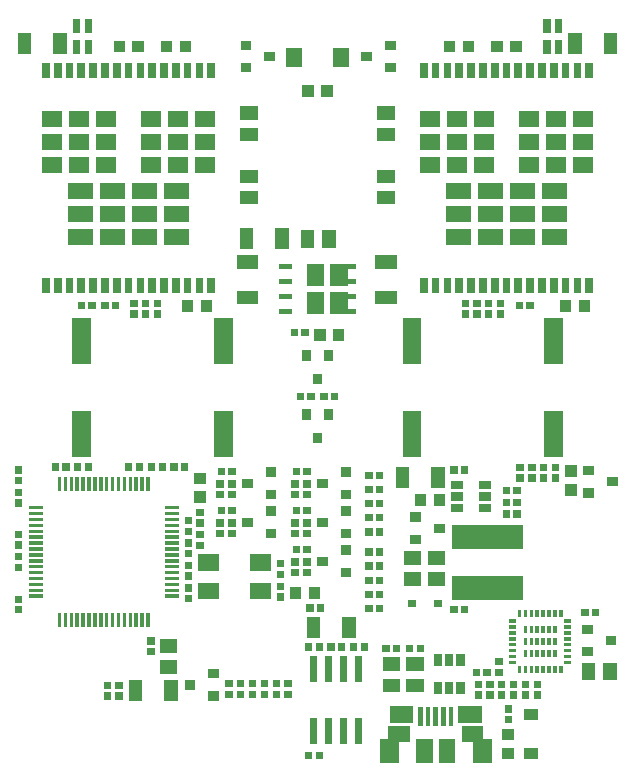
<source format=gbr>
G04 start of page 13 for group -4015 idx -4015 *
G04 Title: (unknown), toppaste *
G04 Creator: pcb 20140316 *
G04 CreationDate: Wed 10 Jul 2019 18:35:36 GMT UTC *
G04 For: kier *
G04 Format: Gerber/RS-274X *
G04 PCB-Dimensions (mil): 2755.91 3543.31 *
G04 PCB-Coordinate-Origin: lower left *
%MOIN*%
%FSLAX25Y25*%
%LNTOPPASTE*%
%ADD197R,0.0157X0.0157*%
%ADD196R,0.0575X0.0575*%
%ADD195R,0.0640X0.0640*%
%ADD194R,0.0541X0.0541*%
%ADD193R,0.0551X0.0551*%
%ADD192R,0.0787X0.0787*%
%ADD191R,0.0276X0.0276*%
%ADD190R,0.0358X0.0358*%
%ADD189R,0.0118X0.0118*%
%ADD188R,0.0244X0.0244*%
%ADD187R,0.0531X0.0531*%
%ADD186R,0.0256X0.0256*%
%ADD185R,0.0591X0.0591*%
%ADD184R,0.0177X0.0177*%
%ADD183R,0.0630X0.0630*%
%ADD182R,0.0374X0.0374*%
%ADD181R,0.0453X0.0453*%
%ADD180R,0.0236X0.0236*%
%ADD179R,0.0315X0.0315*%
G54D179*X117717Y279528D02*X118110D01*
X117717Y272047D02*X118110D01*
X125591Y275787D02*X125984D01*
X165748Y272047D02*X166142D01*
X165748Y279528D02*X166142D01*
X157874Y275787D02*X158268D01*
G54D180*X65256Y280118D02*Y277756D01*
Y287205D02*Y284843D01*
X61516Y287205D02*Y284843D01*
Y280118D02*Y277756D01*
X221949Y280118D02*Y277756D01*
Y287205D02*Y284843D01*
X218209Y287205D02*Y284843D01*
Y280118D02*Y277756D01*
G54D181*X145472Y215551D02*Y214370D01*
X138386Y215551D02*Y214370D01*
G54D182*X207874Y279232D02*Y279035D01*
X201575Y279232D02*Y279035D01*
G54D181*X118110Y216437D02*Y213878D01*
X129921Y216437D02*Y213878D01*
X44094Y281398D02*Y278839D01*
X55906Y281398D02*Y278839D01*
X239370Y281398D02*Y278839D01*
X227559Y281398D02*Y278839D01*
G54D183*X62992Y185433D02*Y176378D01*
Y154331D02*Y145276D01*
X173228Y185433D02*Y176378D01*
Y154331D02*Y145276D01*
G54D184*X129803Y205768D02*X132283D01*
X129803Y200768D02*X132283D01*
X129803Y195768D02*X132283D01*
X129803Y190768D02*X132283D01*
X151476D02*X153642D01*
X151476Y195768D02*X153642D01*
X151476Y200768D02*X153642D01*
X151476Y205768D02*X153642D01*
G54D185*X141083Y203661D02*Y202205D01*
Y194331D02*Y192874D01*
X148957Y203661D02*Y202205D01*
Y194331D02*Y192874D01*
G54D182*X148819Y182972D02*Y182776D01*
X142520Y182972D02*Y182776D01*
G54D183*X110236Y185433D02*Y176378D01*
Y154331D02*Y145276D01*
X220472Y185433D02*Y176378D01*
Y154331D02*Y145276D01*
G54D182*X138583Y264469D02*Y264272D01*
X144882Y264469D02*Y264272D01*
G54D186*X51181Y200689D02*Y198130D01*
X55118Y200689D02*Y198130D01*
X59055Y200689D02*Y198130D01*
X62992Y200689D02*Y198130D01*
X66929Y200689D02*Y198130D01*
X70866Y200689D02*Y198130D01*
X74803Y200689D02*Y198130D01*
X78740Y200689D02*Y198130D01*
X82677Y200689D02*Y198130D01*
X86614Y200689D02*Y198130D01*
X90551Y200689D02*Y198130D01*
X94488Y200689D02*Y198130D01*
X98425Y200689D02*Y198130D01*
X102362Y200689D02*Y198130D01*
X106299Y200689D02*Y198130D01*
Y272343D02*Y269783D01*
X102362Y272343D02*Y269783D01*
X98425Y272343D02*Y269783D01*
X94488Y272343D02*Y269783D01*
X90551Y272343D02*Y269783D01*
X86614Y272343D02*Y269783D01*
X82677Y272343D02*Y269783D01*
X78740Y272343D02*Y269783D01*
X74803Y272343D02*Y269783D01*
X70866Y272343D02*Y269783D01*
X66929Y272343D02*Y269783D01*
X62992Y272343D02*Y269783D01*
X59055Y272343D02*Y269783D01*
X55118Y272343D02*Y269783D01*
X51181Y272343D02*Y269783D01*
G54D187*X82579Y230906D02*X85630D01*
X93307D02*X96358D01*
X61122D02*X64173D01*
X71850D02*X74902D01*
X82579Y223228D02*X85630D01*
X93307D02*X96358D01*
X61122D02*X64173D01*
X71850D02*X74902D01*
X82579Y215551D02*X85630D01*
X93307D02*X96358D01*
X61122D02*X64173D01*
X71850D02*X74902D01*
X70571Y254921D02*X71949D01*
X61516D02*X62894D01*
X52461D02*X53839D01*
X70571Y247244D02*X71949D01*
X61516D02*X62894D01*
X52461D02*X53839D01*
X70571Y239567D02*X71949D01*
X61516D02*X62894D01*
X52461D02*X53839D01*
X85531Y254921D02*X86909D01*
X94587D02*X95965D01*
X103642D02*X105020D01*
X85531Y247244D02*X86909D01*
X94587D02*X95965D01*
X103642D02*X105020D01*
X85531Y239567D02*X86909D01*
X94587D02*X95965D01*
X103642D02*X105020D01*
G54D186*X177165Y200689D02*Y198130D01*
X181102Y200689D02*Y198130D01*
X185039Y200689D02*Y198130D01*
X188976Y200689D02*Y198130D01*
X192913Y200689D02*Y198130D01*
X196850Y200689D02*Y198130D01*
X200787Y200689D02*Y198130D01*
X204724Y200689D02*Y198130D01*
X208661Y200689D02*Y198130D01*
X212598Y200689D02*Y198130D01*
X216535Y200689D02*Y198130D01*
X220472Y200689D02*Y198130D01*
X224409Y200689D02*Y198130D01*
X228346Y200689D02*Y198130D01*
X232283Y200689D02*Y198130D01*
Y272343D02*Y269783D01*
X228346Y272343D02*Y269783D01*
X224409Y272343D02*Y269783D01*
X220472Y272343D02*Y269783D01*
X216535Y272343D02*Y269783D01*
X212598Y272343D02*Y269783D01*
X208661Y272343D02*Y269783D01*
X204724Y272343D02*Y269783D01*
X200787Y272343D02*Y269783D01*
X196850Y272343D02*Y269783D01*
X192913Y272343D02*Y269783D01*
X188976Y272343D02*Y269783D01*
X185039Y272343D02*Y269783D01*
X181102Y272343D02*Y269783D01*
X177165Y272343D02*Y269783D01*
G54D187*X208563Y230906D02*X211614D01*
X219291D02*X222343D01*
X187106D02*X190157D01*
X197835D02*X200886D01*
X208563Y223228D02*X211614D01*
X219291D02*X222343D01*
X187106D02*X190157D01*
X197835D02*X200886D01*
X208563Y215551D02*X211614D01*
X219291D02*X222343D01*
X187106D02*X190157D01*
X197835D02*X200886D01*
X196555Y254921D02*X197933D01*
X187500D02*X188878D01*
X178445D02*X179823D01*
X196555Y247244D02*X197933D01*
X187500D02*X188878D01*
X178445D02*X179823D01*
X196555Y239567D02*X197933D01*
X187500D02*X188878D01*
X178445D02*X179823D01*
X211516Y254921D02*X212894D01*
X220571D02*X221949D01*
X229626D02*X231004D01*
X211516Y247244D02*X212894D01*
X220571D02*X221949D01*
X229626D02*X231004D01*
X211516Y239567D02*X212894D01*
X220571D02*X221949D01*
X229626D02*X231004D01*
G54D179*X106890Y62598D02*X107283D01*
X106890Y70079D02*X107283D01*
X99016Y66339D02*X99409D01*
G54D181*X163976Y256890D02*X165157D01*
X163976Y249803D02*X165157D01*
X163976Y235827D02*X165157D01*
X163976Y228740D02*X165157D01*
X118307Y256890D02*X119488D01*
X118307Y249803D02*X119488D01*
X118307Y235827D02*X119488D01*
X118307Y228740D02*X119488D01*
G54D188*X61807Y138976D02*X61815D01*
X65350D02*X65358D01*
X102559Y112799D02*Y112791D01*
Y116343D02*Y116335D01*
X98622Y113587D02*Y113579D01*
Y110043D02*Y110035D01*
G54D189*X91339Y95866D02*X94882D01*
X91339Y97835D02*X94882D01*
X91339Y99803D02*X94882D01*
X91339Y101772D02*X94882D01*
X91339Y103740D02*X94882D01*
X91339Y105709D02*X94882D01*
X91339Y107677D02*X94882D01*
X91339Y109646D02*X94882D01*
X91339Y111614D02*X94882D01*
X91339Y113583D02*X94882D01*
X91339Y115551D02*X94882D01*
X91339Y117520D02*X94882D01*
X91339Y119488D02*X94882D01*
X91339Y121457D02*X94882D01*
X91339Y123425D02*X94882D01*
X91339Y125394D02*X94882D01*
X85236Y135039D02*Y131496D01*
X83268Y135039D02*Y131496D01*
X81299Y135039D02*Y131496D01*
X79331Y135039D02*Y131496D01*
X77362Y135039D02*Y131496D01*
X75394Y135039D02*Y131496D01*
X73425Y135039D02*Y131496D01*
X71457Y135039D02*Y131496D01*
X69488Y135039D02*Y131496D01*
X67520Y135039D02*Y131496D01*
X65551Y135039D02*Y131496D01*
X63583Y135039D02*Y131496D01*
X61614Y135039D02*Y131496D01*
X59646Y135039D02*Y131496D01*
X57677Y135039D02*Y131496D01*
X55709Y135039D02*Y131496D01*
X46063Y125394D02*X49606D01*
X46063Y123425D02*X49606D01*
X46063Y121457D02*X49606D01*
X46063Y119488D02*X49606D01*
X46063Y117520D02*X49606D01*
X46063Y115551D02*X49606D01*
X46063Y113583D02*X49606D01*
X46063Y111614D02*X49606D01*
X46063Y109646D02*X49606D01*
X46063Y107677D02*X49606D01*
X46063Y105709D02*X49606D01*
X46063Y103740D02*X49606D01*
X46063Y101772D02*X49606D01*
X46063Y99803D02*X49606D01*
X46063Y97835D02*X49606D01*
X46063Y95866D02*X49606D01*
X55709Y89764D02*Y86220D01*
X57677Y89764D02*Y86220D01*
X59646Y89764D02*Y86220D01*
X61614Y89764D02*Y86220D01*
X63583Y89764D02*Y86220D01*
X65551Y89764D02*Y86220D01*
X67520Y89764D02*Y86220D01*
X69488Y89764D02*Y86220D01*
X71457Y89764D02*Y86220D01*
X73425Y89764D02*Y86220D01*
X75394Y89764D02*Y86220D01*
X77362Y89764D02*Y86220D01*
X79331Y89764D02*Y86220D01*
X81299Y89764D02*Y86220D01*
X83268Y89764D02*Y86220D01*
X85236Y89764D02*Y86220D01*
G54D182*X104724Y192815D02*Y192618D01*
X98425Y192815D02*Y192618D01*
G54D181*X117028Y207283D02*X119587D01*
X117028Y195472D02*X119587D01*
G54D182*X230709Y192815D02*Y192618D01*
X224409Y192815D02*Y192618D01*
G54D181*X163287Y207283D02*X165846D01*
X163287Y195472D02*X165846D01*
G54D182*X97638Y279232D02*Y279035D01*
X91339Y279232D02*Y279035D01*
X81890Y279232D02*Y279035D01*
X75591Y279232D02*Y279035D01*
X192126Y279232D02*Y279035D01*
X185827Y279232D02*Y279035D01*
G54D179*X145472Y156693D02*Y156299D01*
X137992Y156693D02*Y156299D01*
X141732Y148819D02*Y148425D01*
G54D188*X137594Y183858D02*X137602D01*
X134051D02*X134059D01*
X147437Y162402D02*X147445D01*
X143894D02*X143902D01*
G54D179*X145472Y176378D02*Y175984D01*
X137992Y176378D02*Y175984D01*
X141732Y168504D02*Y168110D01*
G54D188*X139563Y162402D02*X139571D01*
X136020D02*X136028D01*
G54D189*X222835Y90551D02*Y89370D01*
X220866Y90551D02*Y89370D01*
X218898Y90551D02*Y89370D01*
X216929Y90551D02*Y89370D01*
X214961Y90551D02*Y89370D01*
X212992Y90551D02*Y89370D01*
X211024Y90551D02*Y89370D01*
X209055Y90551D02*Y89370D01*
X206102Y87598D02*X207283D01*
X206102Y85630D02*X207283D01*
X206102Y83661D02*X207283D01*
X206102Y81693D02*X207283D01*
X206102Y79724D02*X207283D01*
X206102Y77756D02*X207283D01*
X206102Y75787D02*X207283D01*
X206102Y73819D02*X207283D01*
X222835Y72047D02*Y70866D01*
X220866Y72047D02*Y70866D01*
X218898Y72047D02*Y70866D01*
X216929Y72047D02*Y70866D01*
X214961Y72047D02*Y70866D01*
X212992Y72047D02*Y70866D01*
X211024Y72047D02*Y70866D01*
X209055Y72047D02*Y70866D01*
X224606Y87598D02*X225787D01*
X224606Y85630D02*X225787D01*
X224606Y83661D02*X225787D01*
X224606Y81693D02*X225787D01*
X224606Y79724D02*X225787D01*
X224606Y77756D02*X225787D01*
X224606Y75787D02*X225787D01*
X224606Y73819D02*X225787D01*
X220866Y85236D02*Y84055D01*
X218898Y85236D02*Y84055D01*
X216929Y85236D02*Y84055D01*
X214961Y85236D02*Y84055D01*
X212992Y85236D02*Y84055D01*
X211024Y85236D02*Y84055D01*
X220866Y81299D02*Y80118D01*
X218898Y81299D02*Y80118D01*
X216929Y81299D02*Y80118D01*
X214961Y81299D02*Y80118D01*
X212992Y81299D02*Y80118D01*
X211024Y81299D02*Y80118D01*
X220866Y77362D02*Y76181D01*
X218898Y77362D02*Y76181D01*
X216929Y77362D02*Y76181D01*
X214961Y77362D02*Y76181D01*
X212992Y77362D02*Y76181D01*
X211024Y77362D02*Y76181D01*
G54D181*X232087Y71260D02*Y70079D01*
X239173Y71260D02*Y70079D01*
G54D182*X205217Y43504D02*X205413D01*
X205217Y49803D02*X205413D01*
G54D188*X205315Y58272D02*Y58264D01*
Y54728D02*Y54720D01*
X202165Y70476D02*Y70469D01*
Y74020D02*Y74012D01*
X234445Y90354D02*X234453D01*
X230902D02*X230909D01*
X75591Y62602D02*Y62594D01*
Y66146D02*Y66138D01*
X71654Y66146D02*Y66138D01*
Y62602D02*Y62594D01*
G54D181*X92913Y65650D02*Y63091D01*
X81102Y65650D02*Y63091D01*
G54D190*X212185Y56437D02*X213406D01*
X212185Y43563D02*X213406D01*
G54D179*X231496Y84843D02*X231890D01*
X231496Y77362D02*X231890D01*
X239370Y81102D02*X239764D01*
G54D188*X142319Y42717D02*X142327D01*
X138776D02*X138783D01*
X198224Y70472D02*X198232D01*
X194681D02*X194689D01*
G54D179*X231890Y137795D02*X232283D01*
X231890Y130315D02*X232283D01*
X239764Y134055D02*X240157D01*
G54D182*X226083Y137598D02*X226280D01*
X226083Y131299D02*X226280D01*
G54D181*X91535Y72244D02*X92717D01*
X91535Y79331D02*X92717D01*
G54D188*X86220Y77366D02*Y77358D01*
Y80909D02*Y80902D01*
X42126Y94886D02*Y94878D01*
Y91343D02*Y91335D01*
X57870Y138976D02*X57878D01*
X54327D02*X54335D01*
X82280D02*X82287D01*
X78736D02*X78744D01*
G54D182*X102461Y135236D02*X102657D01*
X102461Y128937D02*X102657D01*
G54D188*X98622Y117524D02*Y117516D01*
Y121067D02*Y121059D01*
X157280Y78937D02*X157287D01*
X153736D02*X153744D01*
X149799D02*X149807D01*
X146256D02*X146264D01*
X142319D02*X142327D01*
X138776D02*X138783D01*
X129331Y103154D02*Y103146D01*
Y106697D02*Y106689D01*
X98622Y95083D02*Y95075D01*
Y98626D02*Y98618D01*
Y102563D02*Y102555D01*
Y106106D02*Y106098D01*
G54D181*X152165Y86713D02*Y84154D01*
X140354Y86713D02*Y84154D01*
G54D188*X142713Y91929D02*X142720D01*
X139169D02*X139177D01*
G54D182*X140748Y97146D02*Y96949D01*
X134449Y97146D02*Y96949D01*
G54D188*X129331Y99217D02*Y99209D01*
Y95673D02*Y95665D01*
X209252Y138783D02*Y138776D01*
Y135240D02*Y135232D01*
X221063Y135240D02*Y135232D01*
Y138783D02*Y138776D01*
X217126Y135240D02*Y135232D01*
Y138783D02*Y138776D01*
X213189Y138783D02*Y138776D01*
Y135240D02*Y135232D01*
G54D180*X181886Y93504D02*X181894D01*
X173224D02*X173232D01*
G54D191*X197047Y125394D02*X198228D01*
X197047Y129134D02*X198228D01*
X197047Y132874D02*X198228D01*
X187598D02*X188780D01*
X187598Y129134D02*X188780D01*
X187598Y125394D02*X188780D01*
G54D188*X208264Y123228D02*X208272D01*
X204720D02*X204728D01*
G54D192*X190551Y115551D02*X206299D01*
X190551Y98622D02*X206299D01*
G54D188*X187201Y137992D02*X187209D01*
X190744D02*X190752D01*
X204720Y127165D02*X204728D01*
X208264D02*X208272D01*
X190744Y91339D02*X190752D01*
X187201D02*X187209D01*
G54D181*X172835Y108661D02*X174016D01*
X172835Y101575D02*X174016D01*
G54D179*X174213Y122244D02*X174606D01*
X174213Y114764D02*X174606D01*
X182087Y118504D02*X182480D01*
G54D181*X180709Y108661D02*X181890D01*
X180709Y101575D02*X181890D01*
X170079Y136713D02*Y134154D01*
X181890Y136713D02*Y134154D01*
G54D182*X175984Y128051D02*Y127854D01*
X182283Y128051D02*Y127854D01*
G54D188*X208264Y131102D02*X208272D01*
X204720D02*X204728D01*
X97437Y138976D02*X97445D01*
X93894D02*X93902D01*
X42126Y126972D02*Y126965D01*
Y130516D02*Y130508D01*
Y137996D02*Y137988D01*
Y134453D02*Y134445D01*
Y116539D02*Y116531D01*
Y112996D02*Y112988D01*
Y105516D02*Y105508D01*
Y109059D02*Y109051D01*
X102559Y120280D02*Y120272D01*
Y123823D02*Y123815D01*
G54D179*X150984Y129724D02*X151378D01*
X150984Y137205D02*X151378D01*
X143110Y133465D02*X143504D01*
G54D188*X138189Y129728D02*Y129720D01*
Y133272D02*Y133264D01*
X134252Y129728D02*Y129720D01*
Y133272D02*Y133264D01*
X134642Y137402D02*X134650D01*
X138185D02*X138193D01*
X138189Y103744D02*Y103736D01*
Y107287D02*Y107280D01*
X134252Y103744D02*Y103736D01*
Y107287D02*Y107280D01*
X134642Y111417D02*X134650D01*
X138185D02*X138193D01*
G54D179*X150984Y103740D02*X151378D01*
X150984Y111220D02*X151378D01*
X143110Y107480D02*X143504D01*
X150984Y116732D02*X151378D01*
X150984Y124213D02*X151378D01*
X143110Y120472D02*X143504D01*
G54D188*X134642Y124409D02*X134650D01*
X138185D02*X138193D01*
X138189Y116736D02*Y116728D01*
Y120280D02*Y120272D01*
X134252Y116736D02*Y116728D01*
Y120280D02*Y120272D01*
G54D179*X125984Y129724D02*X126378D01*
X125984Y137205D02*X126378D01*
X118110Y133465D02*X118504D01*
X125984Y116732D02*X126378D01*
X125984Y124213D02*X126378D01*
X118110Y120472D02*X118504D01*
G54D188*X109252Y116736D02*Y116728D01*
Y120280D02*Y120272D01*
X109642Y124409D02*X109650D01*
X113185D02*X113193D01*
X113189Y116736D02*Y116728D01*
Y120280D02*Y120272D01*
X109642Y137402D02*X109650D01*
X113185D02*X113193D01*
X109252Y129728D02*Y129720D01*
Y133272D02*Y133264D01*
X113189Y129728D02*Y129720D01*
Y133272D02*Y133264D01*
X86413Y138976D02*X86421D01*
X89957D02*X89965D01*
X74406Y192717D02*X74413D01*
X70862D02*X70870D01*
X84449Y189965D02*Y189957D01*
Y193508D02*Y193500D01*
X212594Y192717D02*X212602D01*
X209051D02*X209059D01*
X190945Y193508D02*Y193500D01*
Y189965D02*Y189957D01*
X62988Y192717D02*X62996D01*
X66531D02*X66539D01*
X88386Y193508D02*Y193500D01*
Y189965D02*Y189957D01*
X80512Y193508D02*Y193500D01*
Y189965D02*Y189957D01*
X202756Y189965D02*Y189957D01*
Y193508D02*Y193500D01*
X194882Y189965D02*Y189957D01*
Y193508D02*Y193500D01*
X198819Y193508D02*Y193500D01*
Y189965D02*Y189957D01*
G54D180*X140531Y54134D02*Y47835D01*
X145531Y54134D02*Y47835D01*
X150531Y54134D02*Y47835D01*
X155531Y54134D02*Y47835D01*
Y74606D02*Y68307D01*
X150531Y74606D02*Y68307D01*
X145531Y74606D02*Y68307D01*
X140531Y74606D02*Y68307D01*
G54D193*X149606Y275866D02*Y274921D01*
X133858Y275866D02*Y274921D01*
G54D188*X124016Y63193D02*Y63185D01*
Y66736D02*Y66728D01*
X127953Y66736D02*Y66728D01*
Y63193D02*Y63185D01*
X116142Y63193D02*Y63185D01*
Y66736D02*Y66728D01*
X131890Y66736D02*Y66728D01*
Y63193D02*Y63185D01*
X120079Y63193D02*Y63185D01*
Y66736D02*Y66728D01*
X112205Y66736D02*Y66728D01*
Y63193D02*Y63185D01*
G54D191*X189370Y75197D02*Y74016D01*
X185630Y75197D02*Y74016D01*
X181890Y75197D02*Y74016D01*
Y65748D02*Y64567D01*
X185630Y65748D02*Y64567D01*
X189370Y65748D02*Y64567D01*
G54D188*X172437Y78543D02*X172445D01*
X175980D02*X175988D01*
G54D181*X173622Y66142D02*X174803D01*
X173622Y73228D02*X174803D01*
G54D188*X164563Y78543D02*X164571D01*
X168106D02*X168114D01*
G54D181*X165748Y66142D02*X166929D01*
X165748Y73228D02*X166929D01*
G54D188*X214961Y62996D02*Y62988D01*
Y66539D02*Y66531D01*
X211024Y62996D02*Y62988D01*
Y66539D02*Y66531D01*
X199213Y66539D02*Y66531D01*
Y62996D02*Y62988D01*
X195276Y62996D02*Y62988D01*
Y66539D02*Y66531D01*
X207087Y62996D02*Y62988D01*
Y66539D02*Y66531D01*
X203150Y66539D02*Y66531D01*
Y62996D02*Y62988D01*
X162398Y110630D02*X162406D01*
X158854D02*X158862D01*
X158854Y126772D02*X158862D01*
X162398D02*X162406D01*
X162398Y131496D02*X162406D01*
X158854D02*X158862D01*
X158854Y122047D02*X158862D01*
X162398D02*X162406D01*
X162398Y117323D02*X162406D01*
X158854D02*X158862D01*
X158854Y101181D02*X158862D01*
X162398D02*X162406D01*
X162398Y105906D02*X162406D01*
X158854D02*X158862D01*
X158854Y96457D02*X158862D01*
X162398D02*X162406D01*
X162398Y91732D02*X162406D01*
X158854D02*X158862D01*
X162398Y136220D02*X162406D01*
X158854D02*X158862D01*
G54D193*X121850Y107087D02*X123425D01*
X104528D02*X106102D01*
X104528Y97638D02*X106102D01*
X121850D02*X123425D01*
G54D194*X177413Y45720D02*Y42862D01*
X184791Y45720D02*Y42862D01*
G54D195*X165602Y45224D02*Y43354D01*
X196602Y45224D02*Y43354D01*
G54D187*X167866Y49902D02*X169736D01*
X192469D02*X194339D01*
G54D196*X168622Y56417D02*X170748D01*
X191457D02*X193583D01*
G54D197*X186220Y58268D02*Y53543D01*
X183661Y58268D02*Y53543D01*
X181102Y58268D02*Y53543D01*
X178543Y58268D02*Y53543D01*
X175984Y58268D02*Y53543D01*
M02*

</source>
